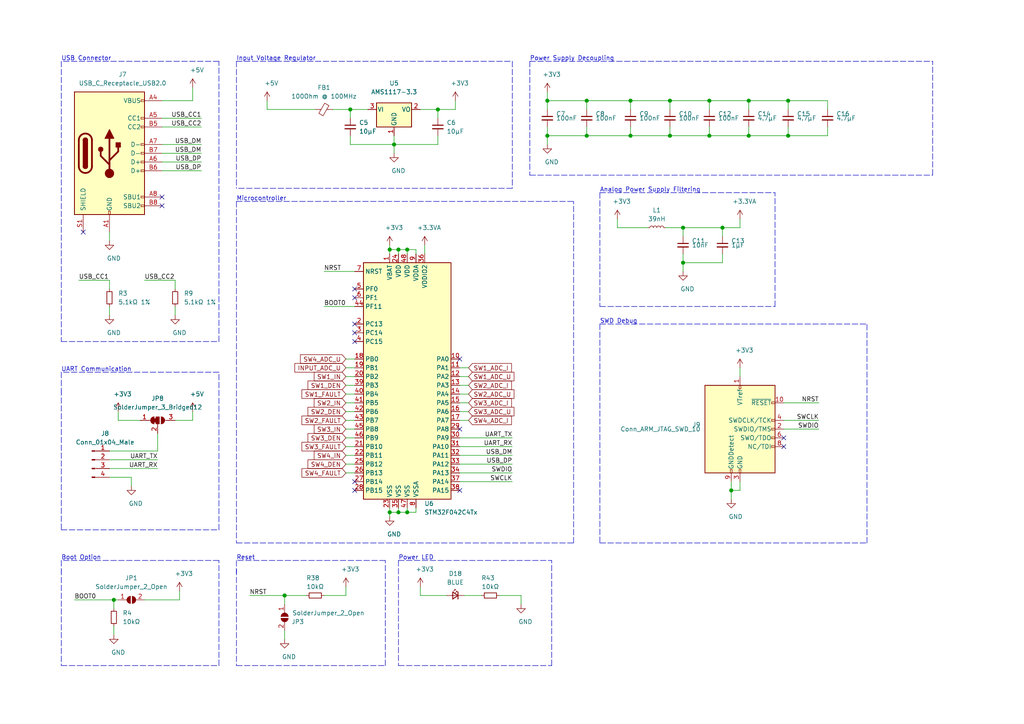
<source format=kicad_sch>
(kicad_sch (version 20201015) (generator eeschema)
  (page 1 7)
  (paper "A4")
  (title_block (comment 4 "Author: Stefan Agner"))
  (lib_symbols
    (symbol "Connector:Conn_01x04_Male" (pin_names (offset 1.016) hide)
      (property "Reference" "J" (at 0 5.08 0))
      (property "Value" "Conn_01x04_Male" (at 0 -7.62 0))
      (symbol "Conn_01x04_Male_1_1"
        (rectangle (start 0.8636 -4.953) (end 0 -5.207) (stroke (width 0.1524)) (fill (type outline)))
        (rectangle (start 0.8636 -2.413) (end 0 -2.667) (stroke (width 0.1524)) (fill (type outline)))
        (rectangle (start 0.8636 0.127) (end 0 -0.127) (stroke (width 0.1524)) (fill (type outline)))
        (rectangle (start 0.8636 2.667) (end 0 2.413) (stroke (width 0.1524)) (fill (type outline)))
        (polyline (pts (xy 1.27 -5.08) (xy 0.8636 -5.08)) (stroke (width 0.1524)))
        (polyline (pts (xy 1.27 -2.54) (xy 0.8636 -2.54)) (stroke (width 0.1524)))
        (polyline (pts (xy 1.27 0) (xy 0.8636 0)) (stroke (width 0.1524)))
        (polyline (pts (xy 1.27 2.54) (xy 0.8636 2.54)) (stroke (width 0.1524)))
        (pin passive line (at 5.08 2.54 180) (length 3.81) (name "Pin_1") (number "1"))
        (pin passive line (at 5.08 0 180) (length 3.81) (name "Pin_2") (number "2"))
        (pin passive line (at 5.08 -2.54 180) (length 3.81) (name "Pin_3") (number "3"))
        (pin passive line (at 5.08 -5.08 180) (length 3.81) (name "Pin_4") (number "4"))
      )
    )
    (symbol "Connector:Conn_ARM_JTAG_SWD_10" (pin_names (offset 1.016))
      (property "Reference" "J" (at -2.54 16.51 0))
      (property "Value" "Conn_ARM_JTAG_SWD_10" (at -2.54 13.97 0))
      (symbol "Conn_ARM_JTAG_SWD_10_0_1"
        (rectangle (start -10.16 12.7) (end 10.16 -12.7) (stroke (width 0.254)) (fill (type background)))
        (rectangle (start -2.794 -12.7) (end -2.286 -11.684))
        (rectangle (start -0.254 -12.7) (end 0.254 -11.684))
        (rectangle (start -0.254 12.7) (end 0.254 11.684))
        (rectangle (start 9.144 2.286) (end 10.16 2.794))
        (rectangle (start 10.16 -2.794) (end 9.144 -2.286))
        (rectangle (start 10.16 -0.254) (end 9.144 0.254))
        (rectangle (start 10.16 7.874) (end 9.144 7.366))
      )
      (symbol "Conn_ARM_JTAG_SWD_10_1_1"
        (rectangle (start 9.144 -5.334) (end 10.16 -4.826))
        (pin power_in line (at 0 15.24 270) (length 2.54) (name "VTref") (number "1"))
        (pin open_collector line (at 12.7 7.62 180) (length 2.54) (name "~RESET~") (number "10"))
        (pin bidirectional line (at 12.7 0 180) (length 2.54) (name "SWDIO/TMS") (number "2"))
        (pin power_in line (at 0 -15.24 90) (length 2.54) (name "GND") (number "3"))
        (pin output line (at 12.7 2.54 180) (length 2.54) (name "SWDCLK/TCK") (number "4"))
        (pin passive line (at 0 -15.24 90) (length 2.54) hide (name "GND") (number "5"))
        (pin input line (at 12.7 -2.54 180) (length 2.54) (name "SWO/TDO") (number "6"))
        (pin unconnected line (at -10.16 0 0) (length 2.54) hide (name "KEY") (number "7"))
        (pin output line (at 12.7 -5.08 180) (length 2.54) (name "NC/TDI") (number "8"))
        (pin passive line (at -2.54 -15.24 90) (length 2.54) (name "GNDDetect") (number "9"))
      )
    )
    (symbol "Connector:USB_C_Receptacle_USB2.0" (pin_names (offset 1.016))
      (property "Reference" "J" (at -10.16 19.05 0))
      (property "Value" "USB_C_Receptacle_USB2.0" (at 19.05 19.05 0))
      (symbol "USB_C_Receptacle_USB2.0_0_1"
        (arc (start -8.89 -3.81) (end -5.08 -3.81) (radius (at -6.985 -3.81) (length 1.905) (angles -179.9 -0.1)) (stroke (width 0.508)))
        (arc (start -7.62 -3.81) (end -6.35 -3.81) (radius (at -6.985 -3.81) (length 0.635) (angles -179.9 -0.1)) (stroke (width 0.254)))
        (arc (start -7.62 -3.81) (end -6.35 -3.81) (radius (at -6.985 -3.81) (length 0.635) (angles -179.9 -0.1)) (stroke (width 0.254)) (fill (type outline)))
        (arc (start -6.35 3.81) (end -7.62 3.81) (radius (at -6.985 3.81) (length 0.635) (angles 0.1 179.9)) (stroke (width 0.254)) (fill (type outline)))
        (arc (start -6.35 3.81) (end -7.62 3.81) (radius (at -6.985 3.81) (length 0.635) (angles 0.1 179.9)) (stroke (width 0.254)))
        (arc (start -5.08 3.81) (end -8.89 3.81) (radius (at -6.985 3.81) (length 1.905) (angles 0.1 179.9)) (stroke (width 0.508)))
        (circle (center -2.54 1.143) (radius 0.635) (stroke (width 0.254)) (fill (type outline)))
        (circle (center 0 -5.842) (radius 1.27) (fill (type outline)))
        (rectangle (start -10.16 17.78) (end 10.16 -17.78) (stroke (width 0.254)) (fill (type background)))
        (rectangle (start -7.62 -3.81) (end -6.35 3.81) (stroke (width 0.254)) (fill (type outline)))
        (rectangle (start 1.905 1.778) (end 3.175 3.048) (stroke (width 0.254)) (fill (type outline)))
        (polyline (pts (xy -8.89 -3.81) (xy -8.89 3.81)) (stroke (width 0.508)))
        (polyline (pts (xy -5.08 3.81) (xy -5.08 -3.81)) (stroke (width 0.508)))
        (polyline (pts (xy 0 -5.842) (xy 0 4.318)) (stroke (width 0.508)))
        (polyline (pts (xy 0 -3.302) (xy -2.54 -0.762) (xy -2.54 0.508)) (stroke (width 0.508)))
        (polyline (pts (xy 0 -2.032) (xy 2.54 0.508) (xy 2.54 1.778)) (stroke (width 0.508)))
        (polyline (pts (xy -1.27 4.318) (xy 0 6.858) (xy 1.27 4.318) (xy -1.27 4.318)) (stroke (width 0.254)) (fill (type outline)))
      )
      (symbol "USB_C_Receptacle_USB2.0_0_0"
        (rectangle (start -0.254 -17.78) (end 0.254 -16.764))
        (rectangle (start 10.16 -14.986) (end 9.144 -15.494))
        (rectangle (start 10.16 -12.446) (end 9.144 -12.954))
        (rectangle (start 10.16 -4.826) (end 9.144 -5.334))
        (rectangle (start 10.16 -2.286) (end 9.144 -2.794))
        (rectangle (start 10.16 0.254) (end 9.144 -0.254))
        (rectangle (start 10.16 2.794) (end 9.144 2.286))
        (rectangle (start 10.16 7.874) (end 9.144 7.366))
        (rectangle (start 10.16 10.414) (end 9.144 9.906))
        (rectangle (start 10.16 15.494) (end 9.144 14.986))
      )
      (symbol "USB_C_Receptacle_USB2.0_1_1"
        (pin passive line (at 0 -22.86 90) (length 5.08) (name "GND") (number "A1"))
        (pin passive line (at 0 -22.86 90) (length 5.08) hide (name "GND") (number "A12"))
        (pin passive line (at 15.24 15.24 180) (length 5.08) (name "VBUS") (number "A4"))
        (pin bidirectional line (at 15.24 10.16 180) (length 5.08) (name "CC1") (number "A5"))
        (pin bidirectional line (at 15.24 -2.54 180) (length 5.08) (name "D+") (number "A6"))
        (pin bidirectional line (at 15.24 2.54 180) (length 5.08) (name "D-") (number "A7"))
        (pin bidirectional line (at 15.24 -12.7 180) (length 5.08) (name "SBU1") (number "A8"))
        (pin passive line (at 15.24 15.24 180) (length 5.08) hide (name "VBUS") (number "A9"))
        (pin passive line (at 0 -22.86 90) (length 5.08) hide (name "GND") (number "B1"))
        (pin passive line (at 0 -22.86 90) (length 5.08) hide (name "GND") (number "B12"))
        (pin passive line (at 15.24 15.24 180) (length 5.08) hide (name "VBUS") (number "B4"))
        (pin bidirectional line (at 15.24 7.62 180) (length 5.08) (name "CC2") (number "B5"))
        (pin bidirectional line (at 15.24 -5.08 180) (length 5.08) (name "D+") (number "B6"))
        (pin bidirectional line (at 15.24 0 180) (length 5.08) (name "D-") (number "B7"))
        (pin bidirectional line (at 15.24 -15.24 180) (length 5.08) (name "SBU2") (number "B8"))
        (pin passive line (at 15.24 15.24 180) (length 5.08) hide (name "VBUS") (number "B9"))
        (pin passive line (at -7.62 -22.86 90) (length 5.08) (name "SHIELD") (number "S1"))
      )
    )
    (symbol "Device:C_Small" (pin_numbers hide) (pin_names (offset 0.254) hide)
      (property "Reference" "C" (at 0.254 1.778 0))
      (property "Value" "C_Small" (at 0.254 -2.032 0))
      (symbol "C_Small_0_1"
        (polyline (pts (xy -1.524 -0.508) (xy 1.524 -0.508)) (stroke (width 0.3302)))
        (polyline (pts (xy -1.524 0.508) (xy 1.524 0.508)) (stroke (width 0.3048)))
      )
      (symbol "C_Small_1_1"
        (pin passive line (at 0 2.54 270) (length 2.032) (name "~") (number "1"))
        (pin passive line (at 0 -2.54 90) (length 2.032) (name "~") (number "2"))
      )
    )
    (symbol "Device:Ferrite_Bead_Small" (pin_numbers hide) (pin_names (offset 0))
      (property "Reference" "FB" (at 1.905 1.27 0))
      (property "Value" "Ferrite_Bead_Small" (at 1.905 -1.27 0))
      (symbol "Ferrite_Bead_Small_0_1"
        (polyline (pts (xy 0 -1.27) (xy 0 -0.7874)))
        (polyline (pts (xy 0 0.889) (xy 0 1.2954)))
        (polyline (pts (xy -1.8288 0.2794) (xy -1.1176 1.4986) (xy 1.8288 -0.2032) (xy 1.1176 -1.4224) (xy -1.8288 0.2794)))
      )
      (symbol "Ferrite_Bead_Small_1_1"
        (pin passive line (at 0 2.54 270) (length 1.27) (name "~") (number "1"))
        (pin passive line (at 0 -2.54 90) (length 1.27) (name "~") (number "2"))
      )
    )
    (symbol "Device:LED_Small" (pin_numbers hide) (pin_names (offset 0.254) hide)
      (property "Reference" "D" (at -1.27 3.175 0))
      (property "Value" "LED_Small" (at -4.445 -2.54 0))
      (symbol "LED_Small_0_1"
        (polyline (pts (xy -0.762 -1.016) (xy -0.762 1.016)) (stroke (width 0.254)))
        (polyline (pts (xy 1.016 0) (xy -0.762 0)))
        (polyline (pts (xy 0.762 -1.016) (xy -0.762 0) (xy 0.762 1.016) (xy 0.762 -1.016)) (stroke (width 0.254)))
        (polyline (pts (xy 0 0.762) (xy -0.508 1.27) (xy -0.254 1.27) (xy -0.508 1.27) (xy -0.508 1.016)))
        (polyline (pts (xy 0.508 1.27) (xy 0 1.778) (xy 0.254 1.778) (xy 0 1.778) (xy 0 1.524)))
      )
      (symbol "LED_Small_1_1"
        (pin passive line (at -2.54 0 0) (length 1.778) (name "K") (number "1"))
        (pin passive line (at 2.54 0 180) (length 1.778) (name "A") (number "2"))
      )
    )
    (symbol "Device:L_Small" (pin_numbers hide) (pin_names (offset 0.254) hide)
      (property "Reference" "L" (at 0.762 1.016 0))
      (property "Value" "L_Small" (at 0.762 -1.016 0))
      (symbol "L_Small_0_1"
        (arc (start 0 -2.032) (end 0 -1.016) (radius (at 0 -1.524) (length 0.508) (angles -89.9 89.9)))
        (arc (start 0 -1.016) (end 0 0) (radius (at 0 -0.508) (length 0.508) (angles -89.9 89.9)))
        (arc (start 0 0) (end 0 1.016) (radius (at 0 0.508) (length 0.508) (angles -89.9 89.9)))
        (arc (start 0 1.016) (end 0 2.032) (radius (at 0 1.524) (length 0.508) (angles -89.9 89.9)))
      )
      (symbol "L_Small_1_1"
        (pin passive line (at 0 2.54 270) (length 0.508) (name "~") (number "1"))
        (pin passive line (at 0 -2.54 90) (length 0.508) (name "~") (number "2"))
      )
    )
    (symbol "Device:R_Small" (pin_numbers hide) (pin_names (offset 0.254) hide)
      (property "Reference" "R" (at 0.762 0.508 0))
      (property "Value" "R_Small" (at 0.762 -1.016 0))
      (symbol "R_Small_0_1"
        (rectangle (start -0.762 1.778) (end 0.762 -1.778) (stroke (width 0.2032)))
      )
      (symbol "R_Small_1_1"
        (pin passive line (at 0 2.54 270) (length 0.762) (name "~") (number "1"))
        (pin passive line (at 0 -2.54 90) (length 0.762) (name "~") (number "2"))
      )
    )
    (symbol "Jumper:SolderJumper_2_Open" (pin_names (offset 0) hide)
      (property "Reference" "JP" (at 0 2.032 0))
      (property "Value" "SolderJumper_2_Open" (at 0 -2.54 0))
      (symbol "SolderJumper_2_Open_0_1"
        (arc (start -0.254 1.016) (end -0.254 -1.016) (radius (at -0.254 0) (length 1.016) (angles 90.1 -90.1)))
        (arc (start -0.254 1.016) (end -0.254 -1.016) (radius (at -0.254 0) (length 1.016) (angles 90.1 -90.1)) (fill (type outline)))
        (arc (start 0.254 -1.016) (end 0.254 1.016) (radius (at 0.254 0) (length 1.016) (angles -89.9 89.9)))
        (arc (start 0.254 -1.016) (end 0.254 1.016) (radius (at 0.254 0) (length 1.016) (angles -89.9 89.9)) (fill (type outline)))
        (polyline (pts (xy -0.254 1.016) (xy -0.254 -1.016)))
        (polyline (pts (xy 0.254 1.016) (xy 0.254 -1.016)))
      )
      (symbol "SolderJumper_2_Open_1_1"
        (pin passive line (at -3.81 0 0) (length 2.54) (name "A") (number "1"))
        (pin passive line (at 3.81 0 180) (length 2.54) (name "B") (number "2"))
      )
    )
    (symbol "Jumper:SolderJumper_3_Bridged12" (pin_names (offset 0) hide)
      (property "Reference" "JP" (at -2.54 -2.54 0))
      (property "Value" "SolderJumper_3_Bridged12" (at 0 2.794 0))
      (symbol "SolderJumper_3_Bridged12_0_1"
        (arc (start -1.016 1.016) (end -1.016 -1.016) (radius (at -1.016 0) (length 1.016) (angles 90.1 -90.1)))
        (arc (start -1.016 1.016) (end -1.016 -1.016) (radius (at -1.016 0) (length 1.016) (angles 90.1 -90.1)) (fill (type outline)))
        (arc (start 1.016 -1.016) (end 1.016 1.016) (radius (at 1.016 0) (length 1.016) (angles -89.9 89.9)))
        (arc (start 1.016 -1.016) (end 1.016 1.016) (radius (at 1.016 0) (length 1.016) (angles -89.9 89.9)) (fill (type outline)))
        (rectangle (start -1.016 0.508) (end -0.508 -0.508) (fill (type outline)))
        (rectangle (start -0.508 1.016) (end 0.508 -1.016) (fill (type outline)))
        (polyline (pts (xy -2.54 0) (xy -2.032 0)))
        (polyline (pts (xy -1.016 1.016) (xy -1.016 -1.016)))
        (polyline (pts (xy 0 -1.27) (xy 0 -1.016)))
        (polyline (pts (xy 1.016 1.016) (xy 1.016 -1.016)))
        (polyline (pts (xy 2.54 0) (xy 2.032 0)))
      )
      (symbol "SolderJumper_3_Bridged12_1_1"
        (pin passive line (at -5.08 0 0) (length 2.54) (name "A") (number "1"))
        (pin input line (at 0 -3.81 90) (length 2.54) (name "C") (number "2"))
        (pin passive line (at 5.08 0 180) (length 2.54) (name "B") (number "3"))
      )
    )
    (symbol "MCU_ST_STM32F0:STM32F042C4Tx"
      (property "Reference" "U" (at -12.7 34.29 0))
      (property "Value" "STM32F042C4Tx" (at 7.62 34.29 0))
      (symbol "STM32F042C4Tx_0_1"
        (rectangle (start -12.7 -35.56) (end 12.7 33.02) (stroke (width 0.254)) (fill (type background)))
      )
      (symbol "STM32F042C4Tx_1_1"
        (pin power_in line (at -5.08 35.56 270) (length 2.54) (name "VBAT") (number "1"))
        (pin bidirectional line (at 15.24 5.08 180) (length 2.54) (name "PA0") (number "10"))
        (pin bidirectional line (at 15.24 2.54 180) (length 2.54) (name "PA1") (number "11"))
        (pin bidirectional line (at 15.24 0 180) (length 2.54) (name "PA2") (number "12"))
        (pin bidirectional line (at 15.24 -2.54 180) (length 2.54) (name "PA3") (number "13"))
        (pin bidirectional line (at 15.24 -5.08 180) (length 2.54) (name "PA4") (number "14"))
        (pin bidirectional line (at 15.24 -7.62 180) (length 2.54) (name "PA5") (number "15"))
        (pin bidirectional line (at 15.24 -10.16 180) (length 2.54) (name "PA6") (number "16"))
        (pin bidirectional line (at 15.24 -12.7 180) (length 2.54) (name "PA7") (number "17"))
        (pin bidirectional line (at -15.24 5.08 0) (length 2.54) (name "PB0") (number "18"))
        (pin bidirectional line (at -15.24 2.54 0) (length 2.54) (name "PB1") (number "19"))
        (pin bidirectional line (at -15.24 15.24 0) (length 2.54) (name "PC13") (number "2"))
        (pin bidirectional line (at -15.24 0 0) (length 2.54) (name "PB2") (number "20"))
        (pin bidirectional line (at -15.24 -20.32 0) (length 2.54) (name "PB10") (number "21"))
        (pin bidirectional line (at -15.24 -22.86 0) (length 2.54) (name "PB11") (number "22"))
        (pin power_in line (at -5.08 -38.1 90) (length 2.54) (name "VSS") (number "23"))
        (pin power_in line (at -2.54 35.56 270) (length 2.54) (name "VDD") (number "24"))
        (pin bidirectional line (at -15.24 -25.4 0) (length 2.54) (name "PB12") (number "25"))
        (pin bidirectional line (at -15.24 -27.94 0) (length 2.54) (name "PB13") (number "26"))
        (pin bidirectional line (at -15.24 -30.48 0) (length 2.54) (name "PB14") (number "27"))
        (pin bidirectional line (at -15.24 -33.02 0) (length 2.54) (name "PB15") (number "28"))
        (pin bidirectional line (at 15.24 -15.24 180) (length 2.54) (name "PA8") (number "29"))
        (pin bidirectional line (at -15.24 12.7 0) (length 2.54) (name "PC14") (number "3"))
        (pin bidirectional line (at 15.24 -17.78 180) (length 2.54) (name "PA9") (number "30"))
        (pin bidirectional line (at 15.24 -20.32 180) (length 2.54) (name "PA10") (number "31"))
        (pin bidirectional line (at 15.24 -22.86 180) (length 2.54) (name "PA11") (number "32"))
        (pin bidirectional line (at 15.24 -25.4 180) (length 2.54) (name "PA12") (number "33"))
        (pin bidirectional line (at 15.24 -27.94 180) (length 2.54) (name "PA13") (number "34"))
        (pin power_in line (at -2.54 -38.1 90) (length 2.54) (name "VSS") (number "35"))
        (pin power_in line (at 5.08 35.56 270) (length 2.54) (name "VDDIO2") (number "36"))
        (pin bidirectional line (at 15.24 -30.48 180) (length 2.54) (name "PA14") (number "37"))
        (pin bidirectional line (at 15.24 -33.02 180) (length 2.54) (name "PA15") (number "38"))
        (pin bidirectional line (at -15.24 -2.54 0) (length 2.54) (name "PB3") (number "39"))
        (pin bidirectional line (at -15.24 10.16 0) (length 2.54) (name "PC15") (number "4"))
        (pin bidirectional line (at -15.24 -5.08 0) (length 2.54) (name "PB4") (number "40"))
        (pin bidirectional line (at -15.24 -7.62 0) (length 2.54) (name "PB5") (number "41"))
        (pin bidirectional line (at -15.24 -10.16 0) (length 2.54) (name "PB6") (number "42"))
        (pin bidirectional line (at -15.24 -12.7 0) (length 2.54) (name "PB7") (number "43"))
        (pin bidirectional line (at -15.24 20.32 0) (length 2.54) (name "PF11") (number "44"))
        (pin bidirectional line (at -15.24 -15.24 0) (length 2.54) (name "PB8") (number "45"))
        (pin bidirectional line (at -15.24 -17.78 0) (length 2.54) (name "PB9") (number "46"))
        (pin power_in line (at 0 -38.1 90) (length 2.54) (name "VSS") (number "47"))
        (pin power_in line (at 0 35.56 270) (length 2.54) (name "VDD") (number "48"))
        (pin input line (at -15.24 25.4 0) (length 2.54) (name "PF0") (number "5"))
        (pin input line (at -15.24 22.86 0) (length 2.54) (name "PF1") (number "6"))
        (pin input line (at -15.24 30.48 0) (length 2.54) (name "NRST") (number "7"))
        (pin power_in line (at 2.54 -38.1 90) (length 2.54) (name "VSSA") (number "8"))
        (pin power_in line (at 2.54 35.56 270) (length 2.54) (name "VDDA") (number "9"))
      )
    )
    (symbol "Regulator_Linear:AMS1117-3.3" (pin_names (offset 0.254))
      (property "Reference" "U" (at -3.81 3.175 0))
      (property "Value" "AMS1117-3.3" (at 0 3.175 0))
      (symbol "AMS1117-3.3_0_1"
        (rectangle (start -5.08 -5.08) (end 5.08 1.905) (stroke (width 0.254)) (fill (type background)))
      )
      (symbol "AMS1117-3.3_1_1"
        (pin power_in line (at 0 -7.62 90) (length 2.54) (name "GND") (number "1"))
        (pin power_out line (at 7.62 0 180) (length 2.54) (name "VO") (number "2"))
        (pin power_in line (at -7.62 0 0) (length 2.54) (name "VI") (number "3"))
      )
    )
    (symbol "power:+3.3V" (power) (pin_names (offset 0))
      (property "Value" "+3.3V" (at 0 3.556 0))
      (symbol "+3.3V_0_1"
        (polyline (pts (xy -0.762 1.27) (xy 0 2.54)))
        (polyline (pts (xy 0 0) (xy 0 2.54)))
        (polyline (pts (xy 0 2.54) (xy 0.762 1.27)))
      )
      (symbol "+3.3V_1_1"
        (pin power_in line (at 0 0 90) (length 0) hide (name "+3V3") (number "1"))
      )
    )
    (symbol "power:+3.3VA" (power) (pin_names (offset 0))
      (property "Value" "+3.3VA" (at 0 3.556 0))
      (symbol "+3.3VA_0_1"
        (polyline (pts (xy -0.762 1.27) (xy 0 2.54)))
        (polyline (pts (xy 0 0) (xy 0 2.54)))
        (polyline (pts (xy 0 2.54) (xy 0.762 1.27)))
      )
      (symbol "+3.3VA_1_1"
        (pin power_in line (at 0 0 90) (length 0) hide (name "+3.3VA") (number "1"))
      )
    )
    (symbol "power:+5V" (power) (pin_names (offset 0))
      (property "Value" "+5V" (at 0 3.556 0))
      (symbol "+5V_0_1"
        (polyline (pts (xy -0.762 1.27) (xy 0 2.54)))
        (polyline (pts (xy 0 0) (xy 0 2.54)))
        (polyline (pts (xy 0 2.54) (xy 0.762 1.27)))
      )
      (symbol "+5V_1_1"
        (pin power_in line (at 0 0 90) (length 0) hide (name "+5V") (number "1"))
      )
    )
    (symbol "power:GND" (power) (pin_names (offset 0))
      (property "Value" "GND" (at 0 -3.81 0))
      (symbol "GND_0_1"
        (polyline (pts (xy 0 0) (xy 0 -1.27) (xy 1.27 -1.27) (xy 0 -2.54) (xy -1.27 -1.27) (xy 0 -1.27)))
      )
      (symbol "GND_1_1"
        (pin power_in line (at 0 0 270) (length 0) hide (name "GND") (number "1"))
      )
    )
  )
  (junction (at 33.02 173.99) (diameter 1.016))
  (junction (at 82.55 172.72) (diameter 1.016))
  (junction (at 101.6 31.75) (diameter 1.016))
  (junction (at 113.03 72.39) (diameter 1.016))
  (junction (at 113.03 148.59) (diameter 1.016))
  (junction (at 114.3 41.91) (diameter 1.016))
  (junction (at 115.57 72.39) (diameter 1.016))
  (junction (at 115.57 148.59) (diameter 1.016))
  (junction (at 118.11 72.39) (diameter 1.016))
  (junction (at 118.11 148.59) (diameter 1.016))
  (junction (at 127 31.75) (diameter 1.016))
  (junction (at 158.75 29.21) (diameter 1.016))
  (junction (at 158.75 39.37) (diameter 1.016))
  (junction (at 170.18 29.21) (diameter 1.016))
  (junction (at 170.18 39.37) (diameter 1.016))
  (junction (at 182.88 29.21) (diameter 1.016))
  (junction (at 182.88 39.37) (diameter 1.016))
  (junction (at 194.31 29.21) (diameter 1.016))
  (junction (at 194.31 39.37) (diameter 1.016))
  (junction (at 198.12 66.04) (diameter 1.016))
  (junction (at 198.12 76.2) (diameter 1.016))
  (junction (at 205.74 29.21) (diameter 1.016))
  (junction (at 205.74 39.37) (diameter 1.016))
  (junction (at 209.55 66.04) (diameter 1.016))
  (junction (at 212.09 142.24) (diameter 1.016))
  (junction (at 217.17 29.21) (diameter 1.016))
  (junction (at 217.17 39.37) (diameter 1.016))
  (junction (at 228.6 29.21) (diameter 1.016))
  (junction (at 228.6 39.37) (diameter 1.016))
  (no_connect (at 46.99 59.69))
  (no_connect (at 102.87 139.7))
  (no_connect (at 133.35 142.24))
  (no_connect (at 24.13 67.31))
  (no_connect (at 227.33 129.54))
  (no_connect (at 102.87 96.52))
  (no_connect (at 46.99 57.15))
  (no_connect (at 102.87 99.06))
  (no_connect (at 102.87 93.98))
  (no_connect (at 102.87 86.36))
  (no_connect (at 227.33 127))
  (no_connect (at 133.35 104.14))
  (no_connect (at 102.87 83.82))
  (no_connect (at 133.35 124.46))
  (no_connect (at 102.87 142.24))
  (wire (pts (xy 21.59 173.99) (xy 33.02 173.99)))
  (wire (pts (xy 22.86 81.28) (xy 31.75 81.28)))
  (wire (pts (xy 31.75 67.31) (xy 31.75 69.85)))
  (wire (pts (xy 31.75 81.28) (xy 31.75 83.82)))
  (wire (pts (xy 31.75 88.9) (xy 31.75 91.44)))
  (wire (pts (xy 31.75 130.81) (xy 45.72 130.81)))
  (wire (pts (xy 31.75 133.35) (xy 45.72 133.35)))
  (wire (pts (xy 31.75 135.89) (xy 45.72 135.89)))
  (wire (pts (xy 31.75 138.43) (xy 38.1 138.43)))
  (wire (pts (xy 33.02 173.99) (xy 33.02 176.53)))
  (wire (pts (xy 33.02 173.99) (xy 34.29 173.99)))
  (wire (pts (xy 33.02 181.61) (xy 33.02 184.15)))
  (wire (pts (xy 34.29 119.38) (xy 34.29 121.92)))
  (wire (pts (xy 34.29 121.92) (xy 40.64 121.92)))
  (wire (pts (xy 38.1 140.97) (xy 38.1 138.43)))
  (wire (pts (xy 41.91 81.28) (xy 50.8 81.28)))
  (wire (pts (xy 41.91 173.99) (xy 52.07 173.99)))
  (wire (pts (xy 45.72 125.73) (xy 45.72 130.81)))
  (wire (pts (xy 46.99 29.21) (xy 55.88 29.21)))
  (wire (pts (xy 46.99 34.29) (xy 58.42 34.29)))
  (wire (pts (xy 46.99 41.91) (xy 58.42 41.91)))
  (wire (pts (xy 46.99 44.45) (xy 58.42 44.45)))
  (wire (pts (xy 46.99 46.99) (xy 58.42 46.99)))
  (wire (pts (xy 46.99 49.53) (xy 58.42 49.53)))
  (wire (pts (xy 50.8 81.28) (xy 50.8 83.82)))
  (wire (pts (xy 50.8 88.9) (xy 50.8 91.44)))
  (wire (pts (xy 52.07 171.45) (xy 52.07 173.99)))
  (wire (pts (xy 55.88 25.4) (xy 55.88 29.21)))
  (wire (pts (xy 55.88 119.38) (xy 55.88 121.92)))
  (wire (pts (xy 55.88 121.92) (xy 50.8 121.92)))
  (wire (pts (xy 58.42 36.83) (xy 46.99 36.83)))
  (wire (pts (xy 72.39 172.72) (xy 82.55 172.72)))
  (wire (pts (xy 77.47 31.75) (xy 77.47 29.21)))
  (wire (pts (xy 77.47 31.75) (xy 91.44 31.75)))
  (wire (pts (xy 82.55 172.72) (xy 82.55 175.26)))
  (wire (pts (xy 82.55 172.72) (xy 88.9 172.72)))
  (wire (pts (xy 82.55 182.88) (xy 82.55 185.42)))
  (wire (pts (xy 93.98 78.74) (xy 102.87 78.74)))
  (wire (pts (xy 93.98 88.9) (xy 102.87 88.9)))
  (wire (pts (xy 93.98 172.72) (xy 100.33 172.72)))
  (wire (pts (xy 96.52 31.75) (xy 101.6 31.75)))
  (wire (pts (xy 100.33 104.14) (xy 102.87 104.14)))
  (wire (pts (xy 100.33 106.68) (xy 102.87 106.68)))
  (wire (pts (xy 100.33 109.22) (xy 102.87 109.22)))
  (wire (pts (xy 100.33 111.76) (xy 102.87 111.76)))
  (wire (pts (xy 100.33 114.3) (xy 102.87 114.3)))
  (wire (pts (xy 100.33 116.84) (xy 102.87 116.84)))
  (wire (pts (xy 100.33 119.38) (xy 102.87 119.38)))
  (wire (pts (xy 100.33 121.92) (xy 102.87 121.92)))
  (wire (pts (xy 100.33 124.46) (xy 102.87 124.46)))
  (wire (pts (xy 100.33 127) (xy 102.87 127)))
  (wire (pts (xy 100.33 129.54) (xy 102.87 129.54)))
  (wire (pts (xy 100.33 132.08) (xy 102.87 132.08)))
  (wire (pts (xy 100.33 134.62) (xy 102.87 134.62)))
  (wire (pts (xy 100.33 137.16) (xy 102.87 137.16)))
  (wire (pts (xy 100.33 170.18) (xy 100.33 172.72)))
  (wire (pts (xy 101.6 31.75) (xy 101.6 34.29)))
  (wire (pts (xy 101.6 31.75) (xy 106.68 31.75)))
  (wire (pts (xy 101.6 39.37) (xy 101.6 41.91)))
  (wire (pts (xy 101.6 41.91) (xy 114.3 41.91)))
  (wire (pts (xy 113.03 71.12) (xy 113.03 72.39)))
  (wire (pts (xy 113.03 72.39) (xy 113.03 73.66)))
  (wire (pts (xy 113.03 72.39) (xy 115.57 72.39)))
  (wire (pts (xy 113.03 147.32) (xy 113.03 148.59)))
  (wire (pts (xy 113.03 148.59) (xy 113.03 149.86)))
  (wire (pts (xy 113.03 148.59) (xy 115.57 148.59)))
  (wire (pts (xy 114.3 39.37) (xy 114.3 41.91)))
  (wire (pts (xy 114.3 41.91) (xy 114.3 44.45)))
  (wire (pts (xy 114.3 41.91) (xy 127 41.91)))
  (wire (pts (xy 115.57 72.39) (xy 115.57 73.66)))
  (wire (pts (xy 115.57 72.39) (xy 118.11 72.39)))
  (wire (pts (xy 115.57 148.59) (xy 115.57 147.32)))
  (wire (pts (xy 115.57 148.59) (xy 118.11 148.59)))
  (wire (pts (xy 118.11 72.39) (xy 118.11 73.66)))
  (wire (pts (xy 118.11 72.39) (xy 120.65 72.39)))
  (wire (pts (xy 118.11 148.59) (xy 118.11 147.32)))
  (wire (pts (xy 118.11 148.59) (xy 120.65 148.59)))
  (wire (pts (xy 120.65 72.39) (xy 120.65 73.66)))
  (wire (pts (xy 120.65 148.59) (xy 120.65 147.32)))
  (wire (pts (xy 121.92 31.75) (xy 127 31.75)))
  (wire (pts (xy 121.92 170.18) (xy 121.92 172.72)))
  (wire (pts (xy 121.92 172.72) (xy 129.54 172.72)))
  (wire (pts (xy 123.19 71.12) (xy 123.19 73.66)))
  (wire (pts (xy 127 31.75) (xy 127 34.29)))
  (wire (pts (xy 127 31.75) (xy 132.08 31.75)))
  (wire (pts (xy 127 39.37) (xy 127 41.91)))
  (wire (pts (xy 132.08 29.21) (xy 132.08 31.75)))
  (wire (pts (xy 133.35 106.68) (xy 135.89 106.68)))
  (wire (pts (xy 133.35 109.22) (xy 135.89 109.22)))
  (wire (pts (xy 133.35 111.76) (xy 135.89 111.76)))
  (wire (pts (xy 133.35 114.3) (xy 135.89 114.3)))
  (wire (pts (xy 133.35 116.84) (xy 135.89 116.84)))
  (wire (pts (xy 133.35 119.38) (xy 135.89 119.38)))
  (wire (pts (xy 133.35 121.92) (xy 135.89 121.92)))
  (wire (pts (xy 133.35 127) (xy 148.59 127)))
  (wire (pts (xy 133.35 129.54) (xy 148.59 129.54)))
  (wire (pts (xy 133.35 132.08) (xy 148.59 132.08)))
  (wire (pts (xy 133.35 134.62) (xy 148.59 134.62)))
  (wire (pts (xy 133.35 137.16) (xy 148.59 137.16)))
  (wire (pts (xy 133.35 139.7) (xy 148.59 139.7)))
  (wire (pts (xy 134.62 172.72) (xy 139.7 172.72)))
  (wire (pts (xy 144.78 172.72) (xy 151.13 172.72)))
  (wire (pts (xy 151.13 172.72) (xy 151.13 175.26)))
  (wire (pts (xy 158.75 26.67) (xy 158.75 29.21)))
  (wire (pts (xy 158.75 29.21) (xy 158.75 31.75)))
  (wire (pts (xy 158.75 36.83) (xy 158.75 39.37)))
  (wire (pts (xy 158.75 39.37) (xy 158.75 41.91)))
  (wire (pts (xy 158.75 39.37) (xy 170.18 39.37)))
  (wire (pts (xy 170.18 29.21) (xy 158.75 29.21)))
  (wire (pts (xy 170.18 29.21) (xy 170.18 31.75)))
  (wire (pts (xy 170.18 36.83) (xy 170.18 39.37)))
  (wire (pts (xy 170.18 39.37) (xy 182.88 39.37)))
  (wire (pts (xy 179.07 63.5) (xy 179.07 66.04)))
  (wire (pts (xy 179.07 66.04) (xy 187.96 66.04)))
  (wire (pts (xy 182.88 29.21) (xy 170.18 29.21)))
  (wire (pts (xy 182.88 29.21) (xy 182.88 31.75)))
  (wire (pts (xy 182.88 36.83) (xy 182.88 39.37)))
  (wire (pts (xy 182.88 39.37) (xy 194.31 39.37)))
  (wire (pts (xy 193.04 66.04) (xy 198.12 66.04)))
  (wire (pts (xy 194.31 29.21) (xy 182.88 29.21)))
  (wire (pts (xy 194.31 29.21) (xy 194.31 31.75)))
  (wire (pts (xy 194.31 36.83) (xy 194.31 39.37)))
  (wire (pts (xy 194.31 39.37) (xy 205.74 39.37)))
  (wire (pts (xy 198.12 66.04) (xy 198.12 68.58)))
  (wire (pts (xy 198.12 73.66) (xy 198.12 76.2)))
  (wire (pts (xy 198.12 76.2) (xy 198.12 78.74)))
  (wire (pts (xy 205.74 29.21) (xy 194.31 29.21)))
  (wire (pts (xy 205.74 29.21) (xy 205.74 31.75)))
  (wire (pts (xy 205.74 36.83) (xy 205.74 39.37)))
  (wire (pts (xy 205.74 39.37) (xy 217.17 39.37)))
  (wire (pts (xy 209.55 66.04) (xy 198.12 66.04)))
  (wire (pts (xy 209.55 66.04) (xy 214.63 66.04)))
  (wire (pts (xy 209.55 68.58) (xy 209.55 66.04)))
  (wire (pts (xy 209.55 73.66) (xy 209.55 76.2)))
  (wire (pts (xy 209.55 76.2) (xy 198.12 76.2)))
  (wire (pts (xy 212.09 142.24) (xy 212.09 139.7)))
  (wire (pts (xy 212.09 142.24) (xy 212.09 144.78)))
  (wire (pts (xy 214.63 66.04) (xy 214.63 63.5)))
  (wire (pts (xy 214.63 106.68) (xy 214.63 109.22)))
  (wire (pts (xy 214.63 139.7) (xy 214.63 142.24)))
  (wire (pts (xy 214.63 142.24) (xy 212.09 142.24)))
  (wire (pts (xy 217.17 29.21) (xy 205.74 29.21)))
  (wire (pts (xy 217.17 29.21) (xy 228.6 29.21)))
  (wire (pts (xy 217.17 31.75) (xy 217.17 29.21)))
  (wire (pts (xy 217.17 36.83) (xy 217.17 39.37)))
  (wire (pts (xy 227.33 116.84) (xy 237.49 116.84)))
  (wire (pts (xy 227.33 121.92) (xy 237.49 121.92)))
  (wire (pts (xy 227.33 124.46) (xy 237.49 124.46)))
  (wire (pts (xy 228.6 29.21) (xy 228.6 31.75)))
  (wire (pts (xy 228.6 29.21) (xy 240.03 29.21)))
  (wire (pts (xy 228.6 36.83) (xy 228.6 39.37)))
  (wire (pts (xy 228.6 39.37) (xy 217.17 39.37)))
  (wire (pts (xy 240.03 29.21) (xy 240.03 31.75)))
  (wire (pts (xy 240.03 36.83) (xy 240.03 39.37)))
  (wire (pts (xy 240.03 39.37) (xy 228.6 39.37)))
  (polyline (pts (xy 17.78 17.78) (xy 17.78 99.06)) (stroke (width 0) (type dash)))
  (polyline (pts (xy 17.78 99.06) (xy 63.5 99.06)) (stroke (width 0) (type dash)))
  (polyline (pts (xy 17.78 107.95) (xy 17.78 114.3)) (stroke (width 0) (type dash)))
  (polyline (pts (xy 17.78 113.03) (xy 17.78 153.67)) (stroke (width 0) (type dash)))
  (polyline (pts (xy 17.78 153.67) (xy 63.5 153.67)) (stroke (width 0) (type dash)))
  (polyline (pts (xy 17.78 162.56) (xy 17.78 166.37)) (stroke (width 0) (type dash)))
  (polyline (pts (xy 17.78 165.1) (xy 17.78 193.04)) (stroke (width 0) (type dash)))
  (polyline (pts (xy 17.78 193.04) (xy 63.5 193.04)) (stroke (width 0) (type dash)))
  (polyline (pts (xy 63.5 17.78) (xy 17.78 17.78)) (stroke (width 0) (type dash)))
  (polyline (pts (xy 63.5 99.06) (xy 63.5 17.78)) (stroke (width 0) (type dash)))
  (polyline (pts (xy 63.5 107.95) (xy 17.78 107.95)) (stroke (width 0) (type dash)))
  (polyline (pts (xy 63.5 153.67) (xy 63.5 107.95)) (stroke (width 0) (type dash)))
  (polyline (pts (xy 63.5 162.56) (xy 17.78 162.56)) (stroke (width 0) (type dash)))
  (polyline (pts (xy 63.5 193.04) (xy 63.5 162.56)) (stroke (width 0) (type dash)))
  (polyline (pts (xy 68.58 17.78) (xy 68.58 52.07)) (stroke (width 0) (type dash)))
  (polyline (pts (xy 68.58 17.78) (xy 148.59 17.78)) (stroke (width 0) (type dash)))
  (polyline (pts (xy 68.58 52.07) (xy 68.58 54.61)) (stroke (width 0) (type dash)))
  (polyline (pts (xy 68.58 58.42) (xy 68.58 157.48)) (stroke (width 0) (type dash)))
  (polyline (pts (xy 68.58 58.42) (xy 166.37 58.42)) (stroke (width 0) (type dash)))
  (polyline (pts (xy 68.58 157.48) (xy 166.37 157.48)) (stroke (width 0) (type dash)))
  (polyline (pts (xy 68.58 162.56) (xy 68.58 166.37)) (stroke (width 0) (type dash)))
  (polyline (pts (xy 68.58 165.1) (xy 68.58 193.04)) (stroke (width 0) (type dash)))
  (polyline (pts (xy 68.58 193.04) (xy 111.76 193.04)) (stroke (width 0) (type dash)))
  (polyline (pts (xy 111.76 162.56) (xy 68.58 162.56)) (stroke (width 0) (type dash)))
  (polyline (pts (xy 111.76 193.04) (xy 111.76 162.56)) (stroke (width 0) (type dash)))
  (polyline (pts (xy 115.57 162.56) (xy 115.57 193.04)) (stroke (width 0) (type dash)))
  (polyline (pts (xy 115.57 162.56) (xy 160.02 162.56)) (stroke (width 0) (type dash)))
  (polyline (pts (xy 115.57 193.04) (xy 160.02 193.04)) (stroke (width 0) (type dash)))
  (polyline (pts (xy 148.59 17.78) (xy 148.59 52.07)) (stroke (width 0) (type dash)))
  (polyline (pts (xy 148.59 52.07) (xy 148.59 54.61)) (stroke (width 0) (type dash)))
  (polyline (pts (xy 148.59 54.61) (xy 68.58 54.61)) (stroke (width 0) (type dash)))
  (polyline (pts (xy 153.67 17.78) (xy 153.67 50.8)) (stroke (width 0) (type dash)))
  (polyline (pts (xy 153.67 17.78) (xy 270.51 17.78)) (stroke (width 0) (type dash)))
  (polyline (pts (xy 153.67 50.8) (xy 270.51 50.8)) (stroke (width 0) (type dash)))
  (polyline (pts (xy 160.02 193.04) (xy 160.02 162.56)) (stroke (width 0) (type dash)))
  (polyline (pts (xy 166.37 157.48) (xy 166.37 58.42)) (stroke (width 0) (type dash)))
  (polyline (pts (xy 173.99 55.88) (xy 173.99 88.9)) (stroke (width 0) (type dash)))
  (polyline (pts (xy 173.99 55.88) (xy 224.79 55.88)) (stroke (width 0) (type dash)))
  (polyline (pts (xy 173.99 88.9) (xy 224.79 88.9)) (stroke (width 0) (type dash)))
  (polyline (pts (xy 173.99 93.98) (xy 173.99 157.48)) (stroke (width 0) (type dash)))
  (polyline (pts (xy 173.99 93.98) (xy 251.46 93.98)) (stroke (width 0) (type dash)))
  (polyline (pts (xy 173.99 157.48) (xy 251.46 157.48)) (stroke (width 0) (type dash)))
  (polyline (pts (xy 224.79 88.9) (xy 224.79 55.88)) (stroke (width 0) (type dash)))
  (polyline (pts (xy 251.46 157.48) (xy 251.46 93.98)) (stroke (width 0) (type dash)))
  (polyline (pts (xy 270.51 50.8) (xy 270.51 17.78)) (stroke (width 0) (type dash)))
  (text "USB Connector" (at 17.78 17.78 0) (effects (font (size 1.27 1.27)) (justify left bottom)))
  (text "UART Communication" (at 17.78 107.95 0) (effects (font (size 1.27 1.27)) (justify left bottom)))
  (text "Boot Option" (at 17.78 162.56 0) (effects (font (size 1.27 1.27)) (justify left bottom)))
  (text "Input Voltage Regulator" (at 68.58 17.78 0) (effects (font (size 1.27 1.27)) (justify left bottom)))
  (text "Microcontroller" (at 68.58 58.42 0) (effects (font (size 1.27 1.27)) (justify left bottom)))
  (text "Reset" (at 68.58 162.56 0) (effects (font (size 1.27 1.27)) (justify left bottom)))
  (text "Power LED" (at 115.57 162.56 0) (effects (font (size 1.27 1.27)) (justify left bottom)))
  (text "Power Supply Decoupling" (at 153.67 17.78 0) (effects (font (size 1.27 1.27)) (justify left bottom)))
  (text "Analog Power Supply Filtering" (at 173.99 55.88 0) (effects (font (size 1.27 1.27)) (justify left bottom)))
  (text "SWD Debug" (at 173.99 93.98 0) (effects (font (size 1.27 1.27)) (justify left bottom)))
  (label "BOOT0" (at 21.59 173.99 0))
  (label "USB_CC1" (at 22.86 81.28 0))
  (label "USB_CC2" (at 41.91 81.28 0))
  (label "UART_TX" (at 45.72 133.35 180))
  (label "UART_RX" (at 45.72 135.89 180))
  (label "USB_CC1" (at 58.42 34.29 180))
  (label "USB_CC2" (at 58.42 36.83 180))
  (label "USB_DM" (at 58.42 41.91 180))
  (label "USB_DM" (at 58.42 44.45 180))
  (label "USB_DP" (at 58.42 46.99 180))
  (label "USB_DP" (at 58.42 49.53 180))
  (label "NRST" (at 72.39 172.72 0))
  (label "NRST" (at 93.98 78.74 0))
  (label "BOOT0" (at 93.98 88.9 0))
  (label "UART_TX" (at 148.59 127 180))
  (label "UART_RX" (at 148.59 129.54 180))
  (label "USB_DM" (at 148.59 132.08 180))
  (label "USB_DP" (at 148.59 134.62 180))
  (label "SWDIO" (at 148.59 137.16 180))
  (label "SWCLK" (at 148.59 139.7 180))
  (label "NRST" (at 237.49 116.84 180))
  (label "SWCLK" (at 237.49 121.92 180))
  (label "SWDIO" (at 237.49 124.46 180))
  (global_label "SW4_ADC_U" (shape input) (at 100.33 104.14 180))
  (global_label "INPUT_ADC_U" (shape input) (at 100.33 106.68 180))
  (global_label "SW1_IN" (shape input) (at 100.33 109.22 180))
  (global_label "SW1_DEN" (shape input) (at 100.33 111.76 180))
  (global_label "SW1_FAULT" (shape input) (at 100.33 114.3 180))
  (global_label "SW2_IN" (shape input) (at 100.33 116.84 180))
  (global_label "SW2_DEN" (shape input) (at 100.33 119.38 180))
  (global_label "SW2_FAULT" (shape input) (at 100.33 121.92 180))
  (global_label "SW3_IN" (shape input) (at 100.33 124.46 180))
  (global_label "SW3_DEN" (shape input) (at 100.33 127 180))
  (global_label "SW3_FAULT" (shape input) (at 100.33 129.54 180))
  (global_label "SW4_IN" (shape input) (at 100.33 132.08 180))
  (global_label "SW4_DEN" (shape input) (at 100.33 134.62 180))
  (global_label "SW4_FAULT" (shape input) (at 100.33 137.16 180))
  (global_label "SW1_ADC_I" (shape input) (at 135.89 106.68 0))
  (global_label "SW1_ADC_U" (shape input) (at 135.89 109.22 0))
  (global_label "SW2_ADC_I" (shape input) (at 135.89 111.76 0))
  (global_label "SW2_ADC_U" (shape input) (at 135.89 114.3 0))
  (global_label "SW3_ADC_I" (shape input) (at 135.89 116.84 0))
  (global_label "SW3_ADC_U" (shape input) (at 135.89 119.38 0))
  (global_label "SW4_ADC_I" (shape input) (at 135.89 121.92 0))
  (symbol (lib_id "Device:L_Small") (at 190.5 66.04 90) (unit 1)
    (property "Reference" "L1" (at 190.5 60.96 90))
    (property "Value" "39nH" (at 190.5 63.5 90))
    (property "Footprint" "Inductor_SMD:L_0603_1608Metric" (effects hide))
  )
  (symbol (lib_id "power:+3.3V") (at 34.29 119.38 0) (unit 1)
    (property "Reference" "#PWR06" (effects hide))
    (property "Value" "+3.3V" (at 35.56 114.3 0))
  )
  (symbol (lib_id "power:+3.3V") (at 52.07 171.45 0) (unit 1)
    (property "Reference" "#PWR015" (effects hide))
    (property "Value" "+3.3V" (at 53.34 166.37 0))
  )
  (symbol (lib_id "power:+5V") (at 55.88 25.4 0) (unit 1)
    (property "Reference" "#PWR016" (effects hide))
    (property "Value" "+5V" (at 57.15 20.32 0))
  )
  (symbol (lib_id "power:+5V") (at 55.88 119.38 0) (unit 1)
    (property "Reference" "#PWR017" (effects hide))
    (property "Value" "+5V" (at 57.15 114.3 0))
  )
  (symbol (lib_id "power:+5V") (at 77.47 29.21 0) (unit 1)
    (property "Reference" "#PWR034" (effects hide))
    (property "Value" "+5V" (at 78.74 24.13 0))
  )
  (symbol (lib_id "power:+3.3V") (at 100.33 170.18 0) (unit 1)
    (property "Reference" "#PWR052" (effects hide))
    (property "Value" "+3.3V" (at 101.6 165.1 0))
  )
  (symbol (lib_id "power:+3.3V") (at 113.03 71.12 0) (unit 1)
    (property "Reference" "#PWR053" (effects hide))
    (property "Value" "+3.3V" (at 114.3 66.04 0))
  )
  (symbol (lib_id "power:+3.3V") (at 121.92 170.18 0) (unit 1)
    (property "Reference" "#PWR060" (effects hide))
    (property "Value" "+3.3V" (at 123.19 165.1 0))
  )
  (symbol (lib_id "power:+3.3VA") (at 123.19 71.12 0) (unit 1)
    (property "Reference" "#PWR061" (effects hide))
    (property "Value" "+3.3VA" (at 124.46 66.04 0))
  )
  (symbol (lib_id "power:+3.3V") (at 132.08 29.21 0) (unit 1)
    (property "Reference" "#PWR062" (effects hide))
    (property "Value" "+3.3V" (at 133.35 24.13 0))
  )
  (symbol (lib_id "power:+3.3V") (at 158.75 26.67 0) (unit 1)
    (property "Reference" "#PWR064" (effects hide))
    (property "Value" "+3.3V" (at 160.02 21.59 0))
  )
  (symbol (lib_id "power:+3.3V") (at 179.07 63.5 0) (unit 1)
    (property "Reference" "#PWR066" (effects hide))
    (property "Value" "+3.3V" (at 180.34 58.42 0))
  )
  (symbol (lib_id "power:+3.3VA") (at 214.63 63.5 0) (unit 1)
    (property "Reference" "#PWR069" (effects hide))
    (property "Value" "+3.3VA" (at 215.9 58.42 0))
  )
  (symbol (lib_id "power:+3.3V") (at 214.63 106.68 0) (unit 1)
    (property "Reference" "#PWR070" (effects hide))
    (property "Value" "+3.3V" (at 215.9 101.6 0))
  )
  (symbol (lib_id "power:GND") (at 31.75 69.85 0) (unit 1)
    (property "Reference" "#PWR03" (effects hide))
    (property "Value" "GND" (at 33.02 74.93 0))
  )
  (symbol (lib_id "power:GND") (at 31.75 91.44 0) (unit 1)
    (property "Reference" "#PWR04" (effects hide))
    (property "Value" "GND" (at 33.02 96.52 0))
  )
  (symbol (lib_id "power:GND") (at 33.02 184.15 0) (unit 1)
    (property "Reference" "#PWR05" (effects hide))
    (property "Value" "GND" (at 34.29 189.23 0))
  )
  (symbol (lib_id "power:GND") (at 38.1 140.97 0) (unit 1)
    (property "Reference" "#PWR011" (effects hide))
    (property "Value" "GND" (at 39.37 146.05 0))
  )
  (symbol (lib_id "power:GND") (at 50.8 91.44 0) (unit 1)
    (property "Reference" "#PWR014" (effects hide))
    (property "Value" "GND" (at 52.07 96.52 0))
  )
  (symbol (lib_id "power:GND") (at 82.55 185.42 0) (unit 1)
    (property "Reference" "#PWR043" (effects hide))
    (property "Value" "GND" (at 83.82 190.5 0))
  )
  (symbol (lib_id "power:GND") (at 113.03 149.86 0) (unit 1)
    (property "Reference" "#PWR058" (effects hide))
    (property "Value" "GND" (at 114.3 154.94 0))
  )
  (symbol (lib_id "power:GND") (at 114.3 44.45 0) (unit 1)
    (property "Reference" "#PWR059" (effects hide))
    (property "Value" "GND" (at 115.57 49.53 0))
  )
  (symbol (lib_id "power:GND") (at 151.13 175.26 0) (unit 1)
    (property "Reference" "#PWR063" (effects hide))
    (property "Value" "GND" (at 152.4 180.34 0))
  )
  (symbol (lib_id "power:GND") (at 158.75 41.91 0) (unit 1)
    (property "Reference" "#PWR065" (effects hide))
    (property "Value" "GND" (at 160.02 46.99 0))
  )
  (symbol (lib_id "power:GND") (at 198.12 78.74 0) (unit 1)
    (property "Reference" "#PWR067" (effects hide))
    (property "Value" "GND" (at 199.39 83.82 0))
  )
  (symbol (lib_id "power:GND") (at 212.09 144.78 0) (unit 1)
    (property "Reference" "#PWR068" (effects hide))
    (property "Value" "GND" (at 213.36 149.86 0))
  )
  (symbol (lib_id "Device:R_Small") (at 31.75 86.36 0) (unit 1)
    (property "Reference" "R3" (at 34.29 85.09 0) (effects (justify left)))
    (property "Value" "5.1kΩ 1%" (at 34.29 87.63 0) (effects (justify left)))
    (property "Footprint" "Resistor_SMD:R_0603_1608Metric" (effects hide))
  )
  (symbol (lib_id "Device:R_Small") (at 33.02 179.07 0) (unit 1)
    (property "Reference" "R4" (at 35.56 177.8 0) (effects (justify left)))
    (property "Value" "10kΩ" (at 35.56 180.34 0) (effects (justify left)))
    (property "Footprint" "Resistor_SMD:R_0603_1608Metric" (effects hide))
  )
  (symbol (lib_id "Device:R_Small") (at 50.8 86.36 0) (unit 1)
    (property "Reference" "R9" (at 53.34 85.09 0) (effects (justify left)))
    (property "Value" "5.1kΩ 1%" (at 53.34 87.63 0) (effects (justify left)))
    (property "Footprint" "Resistor_SMD:R_0603_1608Metric" (effects hide))
  )
  (symbol (lib_id "Device:R_Small") (at 91.44 172.72 90) (unit 1)
    (property "Reference" "R38" (at 92.71 167.64 90) (effects (justify left)))
    (property "Value" "10kΩ" (at 93.98 170.18 90) (effects (justify left)))
    (property "Footprint" "Resistor_SMD:R_0603_1608Metric" (effects hide))
  )
  (symbol (lib_id "Device:R_Small") (at 142.24 172.72 90) (unit 1)
    (property "Reference" "R43" (at 143.51 167.64 90) (effects (justify left)))
    (property "Value" "10kΩ" (at 144.78 170.18 90) (effects (justify left)))
    (property "Footprint" "Resistor_SMD:R_0603_1608Metric" (effects hide))
  )
  (symbol (lib_id "Device:LED_Small") (at 132.08 172.72 0) (mirror y) (unit 1)
    (property "Reference" "D18" (at 132.08 166.37 0))
    (property "Value" "BLUE" (at 132.08 168.91 0))
    (property "Footprint" "LED_SMD:LED_0603_1608Metric" (effects hide))
  )
  (symbol (lib_id "Device:C_Small") (at 101.6 36.83 0) (unit 1)
    (property "Reference" "C5" (at 104.14 35.56 0) (effects (justify left)))
    (property "Value" "10µF" (at 104.14 38.1 0) (effects (justify left)))
    (property "Footprint" "Capacitor_SMD:C_0603_1608Metric" (effects hide))
  )
  (symbol (lib_id "Device:C_Small") (at 127 36.83 0) (unit 1)
    (property "Reference" "C6" (at 129.54 35.56 0) (effects (justify left)))
    (property "Value" "10µF" (at 129.54 38.1 0) (effects (justify left)))
    (property "Footprint" "Capacitor_SMD:C_0603_1608Metric" (effects hide))
  )
  (symbol (lib_id "Device:C_Small") (at 158.75 34.29 0) (unit 1)
    (property "Reference" "C7" (at 161.29 33.02 0) (effects (justify left)))
    (property "Value" "100nF" (at 161.29 34.29 0) (effects (justify left)))
    (property "Footprint" "Capacitor_SMD:C_0603_1608Metric" (effects hide))
  )
  (symbol (lib_id "Device:C_Small") (at 170.18 34.29 0) (unit 1)
    (property "Reference" "C8" (at 172.72 33.02 0) (effects (justify left)))
    (property "Value" "100nF" (at 172.72 34.29 0) (effects (justify left)))
    (property "Footprint" "Capacitor_SMD:C_0603_1608Metric" (effects hide))
  )
  (symbol (lib_id "Device:C_Small") (at 182.88 34.29 0) (unit 1)
    (property "Reference" "C9" (at 185.42 33.02 0) (effects (justify left)))
    (property "Value" "100nF" (at 185.42 34.29 0) (effects (justify left)))
    (property "Footprint" "Capacitor_SMD:C_0603_1608Metric" (effects hide))
  )
  (symbol (lib_id "Device:C_Small") (at 194.31 34.29 0) (unit 1)
    (property "Reference" "C10" (at 196.85 33.02 0) (effects (justify left)))
    (property "Value" "100nF" (at 196.85 34.29 0) (effects (justify left)))
    (property "Footprint" "Capacitor_SMD:C_0603_1608Metric" (effects hide))
  )
  (symbol (lib_id "Device:C_Small") (at 198.12 71.12 0) (unit 1)
    (property "Reference" "C11" (at 200.66 69.85 0) (effects (justify left)))
    (property "Value" "10nF" (at 200.66 71.12 0) (effects (justify left)))
    (property "Footprint" "Capacitor_SMD:C_0603_1608Metric" (effects hide))
  )
  (symbol (lib_id "Device:C_Small") (at 205.74 34.29 0) (unit 1)
    (property "Reference" "C12" (at 208.28 33.02 0) (effects (justify left)))
    (property "Value" "100nF" (at 208.28 34.29 0) (effects (justify left)))
    (property "Footprint" "Capacitor_SMD:C_0603_1608Metric" (effects hide))
  )
  (symbol (lib_id "Device:C_Small") (at 209.55 71.12 0) (unit 1)
    (property "Reference" "C13" (at 212.09 69.85 0) (effects (justify left)))
    (property "Value" "1µF" (at 212.09 71.12 0) (effects (justify left)))
    (property "Footprint" "Capacitor_SMD:C_0603_1608Metric" (effects hide))
  )
  (symbol (lib_id "Device:C_Small") (at 217.17 34.29 0) (unit 1)
    (property "Reference" "C14" (at 219.71 33.02 0) (effects (justify left)))
    (property "Value" "4.7µF" (at 219.71 34.29 0) (effects (justify left)))
    (property "Footprint" "Capacitor_SMD:C_0603_1608Metric" (effects hide))
  )
  (symbol (lib_id "Device:C_Small") (at 228.6 34.29 0) (unit 1)
    (property "Reference" "C15" (at 231.14 33.02 0) (effects (justify left)))
    (property "Value" "4.7µF" (at 231.14 34.29 0) (effects (justify left)))
    (property "Footprint" "Capacitor_SMD:C_0603_1608Metric" (effects hide))
  )
  (symbol (lib_id "Device:C_Small") (at 240.03 34.29 0) (unit 1)
    (property "Reference" "C16" (at 242.57 33.02 0) (effects (justify left)))
    (property "Value" "4.7µF" (at 242.57 34.29 0) (effects (justify left)))
    (property "Footprint" "Capacitor_SMD:C_0603_1608Metric" (effects hide))
  )
  (symbol (lib_id "Jumper:SolderJumper_2_Open") (at 38.1 173.99 0) (unit 1)
    (property "Reference" "JP1" (at 38.1 167.64 0))
    (property "Value" "SolderJumper_2_Open" (at 38.1 170.18 0))
    (property "Footprint" "Jumper:SolderJumper-2_P1.3mm_Open_RoundedPad1.0x1.5mm" (effects hide))
  )
  (symbol (lib_id "Jumper:SolderJumper_2_Open") (at 82.55 179.07 270) (unit 1)
    (property "Reference" "JP3" (at 86.36 180.34 90))
    (property "Value" "SolderJumper_2_Open" (at 95.25 177.8 90))
    (property "Footprint" "Jumper:SolderJumper-2_P1.3mm_Open_RoundedPad1.0x1.5mm" (effects hide))
  )
  (symbol (lib_id "Device:Ferrite_Bead_Small") (at 93.98 31.75 90) (unit 1)
    (property "Reference" "FB1" (at 93.98 25.4 90))
    (property "Value" "100Ohm @ 100MHz" (at 93.98 27.94 90))
    (property "Footprint" "Inductor_SMD:L_0805_2012Metric" (effects hide))
  )
  (symbol (lib_id "Connector:Conn_01x04_Male") (at 26.67 133.35 0) (unit 1)
    (property "Reference" "J8" (at 30.48 125.73 0))
    (property "Value" "Conn_01x04_Male" (at 30.48 128.27 0))
    (property "Footprint" "Connector_PinHeader_2.54mm:PinHeader_1x04_P2.54mm_Vertical" (effects hide))
  )
  (symbol (lib_id "Jumper:SolderJumper_3_Bridged12") (at 45.72 121.92 0) (unit 1)
    (property "Reference" "JP8" (at 45.72 115.57 0))
    (property "Value" "SolderJumper_3_Bridged12" (at 45.72 118.11 0))
    (property "Footprint" "Jumper:SolderJumper-3_P1.3mm_Bridged12_RoundedPad1.0x1.5mm_NumberLabels" (effects hide))
  )
  (symbol (lib_id "Regulator_Linear:AMS1117-3.3") (at 114.3 31.75 0) (unit 1)
    (property "Reference" "U5" (at 114.3 24.13 0))
    (property "Value" "AMS1117-3.3" (at 114.3 26.67 0))
    (property "Footprint" "Package_TO_SOT_SMD:SOT-223-3_TabPin2" (effects hide))
    (property "Datasheet" "http://www.advanced-monolithic.com/pdf/ds1117.pdf" (effects hide))
  )
  (symbol (lib_id "Connector:Conn_ARM_JTAG_SWD_10") (at 214.63 124.46 0) (unit 1)
    (property "Reference" "J9" (at 203.2 123.19 0) (effects (justify right)))
    (property "Value" "Conn_ARM_JTAG_SWD_10" (at 203.2 124.46 0) (effects (justify right)))
    (property "Footprint" "Connector_PinHeader_1.27mm:PinHeader_2x05_P1.27mm_Vertical_SMD" (effects hide))
    (property "Datasheet" "http://infocenter.arm.com/help/topic/com.arm.doc.ddi0314h/DDI0314H_coresight_components_trm.pdf" (effects hide))
  )
  (symbol (lib_id "Connector:USB_C_Receptacle_USB2.0") (at 31.75 44.45 0) (unit 1)
    (property "Reference" "J7" (at 35.56 21.59 0))
    (property "Value" "USB_C_Receptacle_USB2.0" (at 35.56 24.13 0))
    (property "Footprint" "Connector_USB:USB_C_Receptacle_HRO_TYPE-C-31-M-12" (effects hide))
    (property "Datasheet" "https://www.usb.org/sites/default/files/documents/usb_type-c.zip" (effects hide))
  )
  (symbol (lib_id "MCU_ST_STM32F0:STM32F042C4Tx") (at 118.11 109.22 0) (unit 1)
    (property "Reference" "U6" (at 124.46 146.05 0))
    (property "Value" "STM32F042C4Tx" (at 130.81 148.59 0))
    (property "Footprint" "Package_QFP:LQFP-48_7x7mm_P0.5mm" (effects hide))
    (property "Datasheet" "http://www.st.com/st-web-ui/static/active/en/resource/technical/document/datasheet/DM00105814.pdf" (effects hide))
  )
)
</source>
